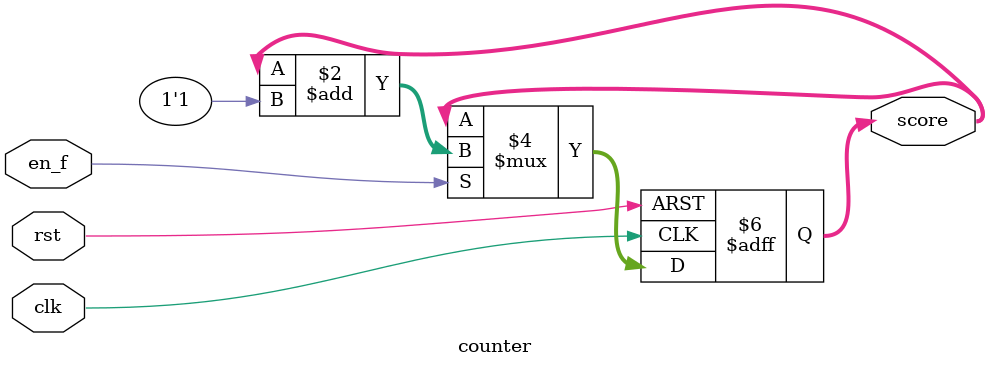
<source format=sv>
module counter (input clk, rst, en_f, output reg [5:0] score);
												
always_ff @(negedge clk or posedge rst) 
	if(rst) 
		score = 6'h00;
	else
		if (en_f)
			score = score + 1'b1;

												
endmodule

</source>
